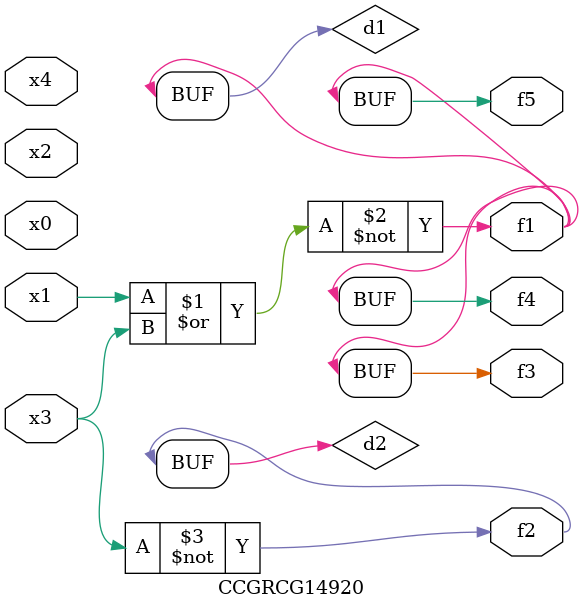
<source format=v>
module CCGRCG14920(
	input x0, x1, x2, x3, x4,
	output f1, f2, f3, f4, f5
);

	wire d1, d2;

	nor (d1, x1, x3);
	not (d2, x3);
	assign f1 = d1;
	assign f2 = d2;
	assign f3 = d1;
	assign f4 = d1;
	assign f5 = d1;
endmodule

</source>
